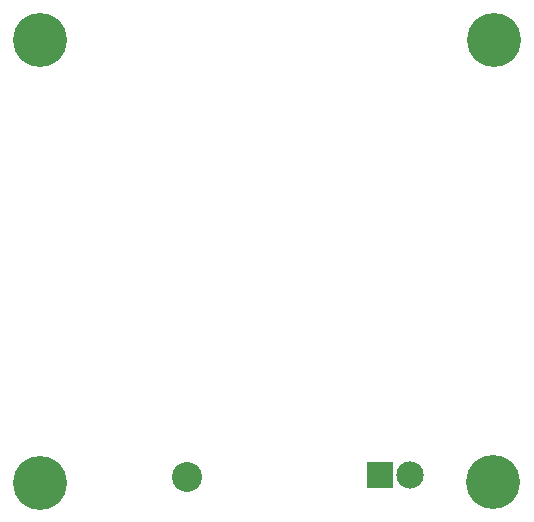
<source format=gbs>
G04 (created by PCBNEW-RS274X (2011-nov-30)-testing) date Wed 15 Aug 2012 04:22:11 PM EDT*
%MOIN*%
G04 Gerber Fmt 3.4, Leading zero omitted, Abs format*
%FSLAX34Y34*%
G01*
G70*
G90*
G04 APERTURE LIST*
%ADD10C,0.006*%
%ADD11R,0.0909X0.0909*%
%ADD12C,0.0909*%
%ADD13C,0.1*%
%ADD14C,0.18*%
G04 APERTURE END LIST*
G54D10*
G54D11*
X12500Y1500D03*
G54D12*
X13500Y1500D03*
G54D13*
X6083Y1453D03*
G54D14*
X1162Y16020D03*
X16319Y16020D03*
X16280Y1274D03*
X1162Y1256D03*
M02*

</source>
